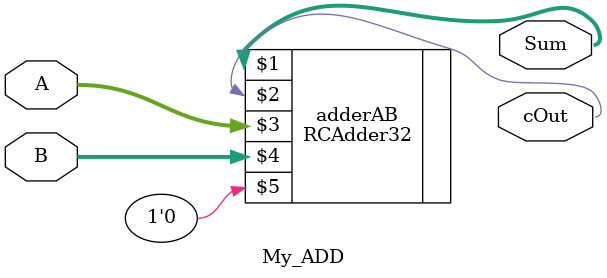
<source format=v>
`timescale 1ns / 1ns
module My_ADD(Sum, cOut, A, B);
    input [31:0] A, B;
    output [31:0] Sum;
    output cOut;

    RCAdder32 adderAB(Sum, cOut, A, B, 1'b0);
endmodule
</source>
